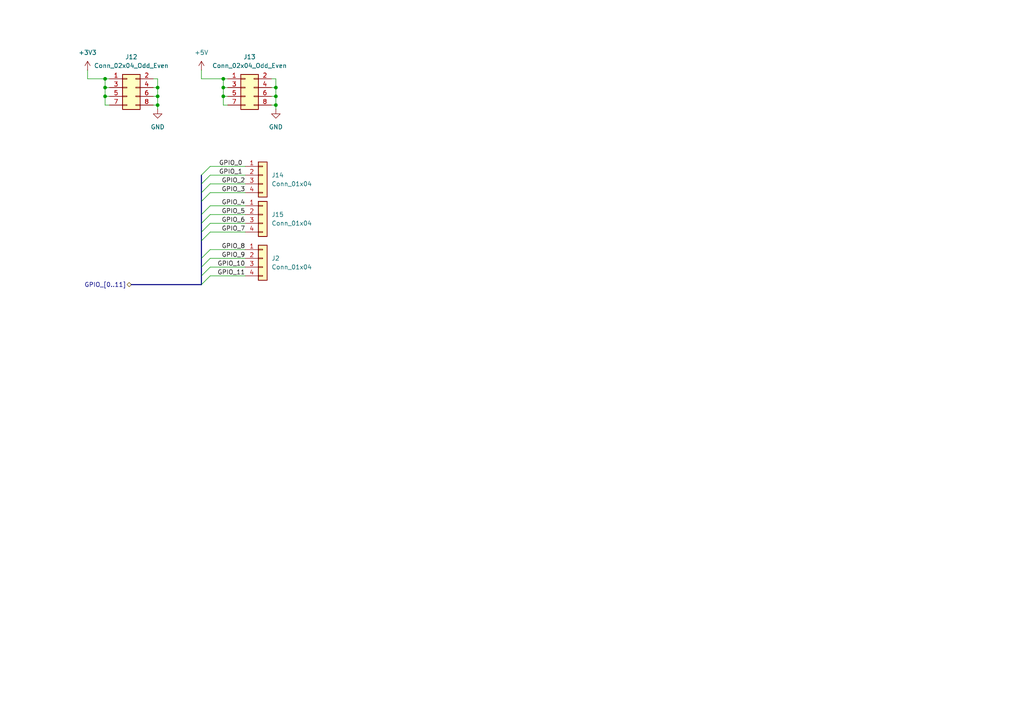
<source format=kicad_sch>
(kicad_sch (version 20250114) (generator "eeschema") (generator_version "9.0")
  (paper "A4")
  (title_block (title "uMule_board") (date "2025-12-14") (rev "1.0") (comment 1 "Original author: Oliwier Woźniak"))
  (lib_symbols
    (symbol "Connector_Generic:Conn_01x04" (pin_names (offset 1.016) (hide yes))
      (property "Reference" "J" (at 0 5.08 0))
      (property "Value" "Conn_01x04" (at 0 -7.62 0))
      (symbol "Conn_01x04_1_1"
        (rectangle (start -1.27 3.81) (end 1.27 -6.35) (stroke (width 0.254)) (fill (type background)))
        (rectangle (start -1.27 2.667) (end 0 2.413) (stroke (width 0.1524)))
        (rectangle (start -1.27 0.127) (end 0 -0.127) (stroke (width 0.1524)))
        (rectangle (start -1.27 -2.413) (end 0 -2.667) (stroke (width 0.1524)))
        (rectangle (start -1.27 -4.953) (end 0 -5.207) (stroke (width 0.1524)))
        (pin passive line (at -5.08 2.54 0) (length 3.81) (name "Pin_1") (number "1"))
        (pin passive line (at -5.08 0 0) (length 3.81) (name "Pin_2") (number "2"))
        (pin passive line (at -5.08 -2.54 0) (length 3.81) (name "Pin_3") (number "3"))
        (pin passive line (at -5.08 -5.08 0) (length 3.81) (name "Pin_4") (number "4"))
      )
    )
    (symbol "Connector_Generic:Conn_02x04_Odd_Even" (pin_names (offset 1.016) (hide yes))
      (property "Reference" "J" (at 1.27 5.08 0))
      (property "Value" "Conn_02x04_Odd_Even" (at 1.27 -7.62 0))
      (symbol "Conn_02x04_Odd_Even_1_1"
        (rectangle (start -1.27 3.81) (end 3.81 -6.35) (stroke (width 0.254)) (fill (type background)))
        (rectangle (start -1.27 2.667) (end 0 2.413) (stroke (width 0.1524)))
        (rectangle (start -1.27 0.127) (end 0 -0.127) (stroke (width 0.1524)))
        (rectangle (start -1.27 -2.413) (end 0 -2.667) (stroke (width 0.1524)))
        (rectangle (start -1.27 -4.953) (end 0 -5.207) (stroke (width 0.1524)))
        (rectangle (start 3.81 2.667) (end 2.54 2.413) (stroke (width 0.1524)))
        (rectangle (start 3.81 0.127) (end 2.54 -0.127) (stroke (width 0.1524)))
        (rectangle (start 3.81 -2.413) (end 2.54 -2.667) (stroke (width 0.1524)))
        (rectangle (start 3.81 -4.953) (end 2.54 -5.207) (stroke (width 0.1524)))
        (pin passive line (at -5.08 2.54 0) (length 3.81) (name "Pin_1") (number "1"))
        (pin passive line (at -5.08 0 0) (length 3.81) (name "Pin_3") (number "3"))
        (pin passive line (at -5.08 -2.54 0) (length 3.81) (name "Pin_5") (number "5"))
        (pin passive line (at -5.08 -5.08 0) (length 3.81) (name "Pin_7") (number "7"))
        (pin passive line (at 7.62 2.54 180) (length 3.81) (name "Pin_2") (number "2"))
        (pin passive line (at 7.62 0 180) (length 3.81) (name "Pin_4") (number "4"))
        (pin passive line (at 7.62 -2.54 180) (length 3.81) (name "Pin_6") (number "6"))
        (pin passive line (at 7.62 -5.08 180) (length 3.81) (name "Pin_8") (number "8"))
      )
    )
    (symbol "power:+3V3" (power) (pin_numbers (hide yes)) (pin_names (offset 0) (hide yes))
      (property "Value" "+3V3" (at 0 3.556 0))
      (symbol "+3V3_0_1"
        (polyline (pts (xy -0.762 1.27) (xy 0 2.54)))
        (polyline (pts (xy 0 2.54) (xy 0.762 1.27)))
        (polyline (pts (xy 0 0) (xy 0 2.54)))
      )
      (symbol "+3V3_1_1"
        (pin power_in line (at 0 0 90) (length 0) (name "~") (number "1"))
      )
    )
    (symbol "power:+5V" (power) (pin_numbers (hide yes)) (pin_names (offset 0) (hide yes))
      (property "Value" "+5V" (at 0 3.556 0))
      (symbol "+5V_0_1"
        (polyline (pts (xy -0.762 1.27) (xy 0 2.54)))
        (polyline (pts (xy 0 2.54) (xy 0.762 1.27)))
        (polyline (pts (xy 0 0) (xy 0 2.54)))
      )
      (symbol "+5V_1_1"
        (pin power_in line (at 0 0 90) (length 0) (name "~") (number "1"))
      )
    )
    (symbol "power:GND" (power) (pin_numbers (hide yes)) (pin_names (offset 0) (hide yes))
      (property "Value" "GND" (at 0 -3.81 0))
      (symbol "GND_0_1"
        (polyline (pts (xy 0 0) (xy 0 -1.27) (xy 1.27 -1.27) (xy 0 -2.54) (xy -1.27 -1.27) (xy 0 -1.27)))
      )
      (symbol "GND_1_1"
        (pin power_in line (at 0 0 270) (length 0) (name "~") (number "1"))
      )
    )
  )
  (junction (at 30.48 25.4))
  (junction (at 45.72 27.94))
  (junction (at 80.01 27.94))
  (junction (at 45.72 25.4))
  (junction (at 30.48 22.86))
  (junction (at 64.77 25.4))
  (junction (at 64.77 27.94))
  (junction (at 80.01 25.4))
  (junction (at 45.72 30.48))
  (junction (at 30.48 27.94))
  (junction (at 80.01 30.48))
  (junction (at 64.77 22.86))
  (bus_entry (at 58.42 69.85) (size 2.54 -2.54))
  (bus_entry (at 58.42 53.34) (size 2.54 -2.54))
  (bus_entry (at 58.42 50.8) (size 2.54 -2.54))
  (bus_entry (at 58.42 58.42) (size 2.54 -2.54))
  (bus_entry (at 58.42 74.93) (size 2.54 -2.54))
  (bus_entry (at 58.42 55.88) (size 2.54 -2.54))
  (bus_entry (at 58.42 77.47) (size 2.54 -2.54))
  (bus_entry (at 58.42 82.55) (size 2.54 -2.54))
  (bus_entry (at 58.42 67.31) (size 2.54 -2.54))
  (bus_entry (at 58.42 62.23) (size 2.54 -2.54))
  (bus_entry (at 58.42 64.77) (size 2.54 -2.54))
  (bus_entry (at 58.42 80.01) (size 2.54 -2.54))
  (bus (pts (xy 58.42 80.01) (xy 58.42 82.55)))
  (wire (pts (xy 60.96 55.88) (xy 71.12 55.88)))
  (wire (pts (xy 25.4 22.86) (xy 30.48 22.86)))
  (bus (pts (xy 58.42 74.93) (xy 58.42 77.47)))
  (wire (pts (xy 45.72 30.48) (xy 45.72 31.75)))
  (bus (pts (xy 58.42 64.77) (xy 58.42 67.31)))
  (wire (pts (xy 44.45 30.48) (xy 45.72 30.48)))
  (wire (pts (xy 80.01 30.48) (xy 80.01 31.75)))
  (bus (pts (xy 58.42 77.47) (xy 58.42 80.01)))
  (wire (pts (xy 60.96 64.77) (xy 71.12 64.77)))
  (bus (pts (xy 58.42 58.42) (xy 58.42 62.23)))
  (wire (pts (xy 60.96 67.31) (xy 71.12 67.31)))
  (wire (pts (xy 60.96 50.8) (xy 71.12 50.8)))
  (wire (pts (xy 80.01 22.86) (xy 80.01 25.4)))
  (wire (pts (xy 60.96 59.69) (xy 71.12 59.69)))
  (wire (pts (xy 80.01 25.4) (xy 80.01 27.94)))
  (wire (pts (xy 44.45 25.4) (xy 45.72 25.4)))
  (wire (pts (xy 30.48 30.48) (xy 30.48 27.94)))
  (wire (pts (xy 60.96 77.47) (xy 71.12 77.47)))
  (wire (pts (xy 60.96 48.26) (xy 71.12 48.26)))
  (wire (pts (xy 64.77 30.48) (xy 64.77 27.94)))
  (wire (pts (xy 58.42 20.32) (xy 58.42 22.86)))
  (wire (pts (xy 60.96 53.34) (xy 71.12 53.34)))
  (wire (pts (xy 60.96 62.23) (xy 71.12 62.23)))
  (wire (pts (xy 44.45 22.86) (xy 45.72 22.86)))
  (wire (pts (xy 30.48 27.94) (xy 30.48 25.4)))
  (wire (pts (xy 45.72 25.4) (xy 45.72 27.94)))
  (wire (pts (xy 78.74 30.48) (xy 80.01 30.48)))
  (bus (pts (xy 58.42 55.88) (xy 58.42 58.42)))
  (wire (pts (xy 45.72 27.94) (xy 45.72 30.48)))
  (wire (pts (xy 30.48 27.94) (xy 31.75 27.94)))
  (bus (pts (xy 58.42 62.23) (xy 58.42 64.77)))
  (wire (pts (xy 30.48 22.86) (xy 31.75 22.86)))
  (bus (pts (xy 58.42 67.31) (xy 58.42 69.85)))
  (wire (pts (xy 60.96 72.39) (xy 71.12 72.39)))
  (wire (pts (xy 80.01 27.94) (xy 80.01 30.48)))
  (wire (pts (xy 66.04 30.48) (xy 64.77 30.48)))
  (wire (pts (xy 78.74 25.4) (xy 80.01 25.4)))
  (wire (pts (xy 30.48 25.4) (xy 30.48 22.86)))
  (wire (pts (xy 66.04 27.94) (xy 64.77 27.94)))
  (wire (pts (xy 45.72 22.86) (xy 45.72 25.4)))
  (wire (pts (xy 64.77 27.94) (xy 64.77 25.4)))
  (bus (pts (xy 58.42 82.55) (xy 38.1 82.55)))
  (wire (pts (xy 78.74 27.94) (xy 80.01 27.94)))
  (bus (pts (xy 58.42 53.34) (xy 58.42 55.88)))
  (wire (pts (xy 31.75 30.48) (xy 30.48 30.48)))
  (wire (pts (xy 64.77 22.86) (xy 66.04 22.86)))
  (wire (pts (xy 78.74 22.86) (xy 80.01 22.86)))
  (wire (pts (xy 44.45 27.94) (xy 45.72 27.94)))
  (wire (pts (xy 58.42 22.86) (xy 64.77 22.86)))
  (wire (pts (xy 60.96 74.93) (xy 71.12 74.93)))
  (bus (pts (xy 58.42 50.8) (xy 58.42 53.34)))
  (wire (pts (xy 25.4 20.32) (xy 25.4 22.86)))
  (wire (pts (xy 30.48 25.4) (xy 31.75 25.4)))
  (wire (pts (xy 64.77 25.4) (xy 64.77 22.86)))
  (wire (pts (xy 60.96 80.01) (xy 71.12 80.01)))
  (wire (pts (xy 66.04 25.4) (xy 64.77 25.4)))
  (bus (pts (xy 58.42 69.85) (xy 58.42 74.93)))
  (label "GPIO_5" (at 71.12 62.23 180))
  (label "GPIO_7" (at 71.12 67.31 180))
  (label "GPIO_8" (at 71.12 72.39 180))
  (label "GPIO_6" (at 71.12 64.77 180))
  (label "GPIO_9" (at 71.12 74.93 180))
  (label "GPIO_1" (at 63.5 50.8 0))
  (label "GPIO_11" (at 71.12 80.01 180))
  (label "GPIO_3" (at 71.12 55.88 180))
  (label "GPIO_10" (at 71.12 77.47 180))
  (label "GPIO_0" (at 63.5 48.26 0))
  (label "GPIO_2" (at 71.12 53.34 180))
  (label "GPIO_4" (at 71.12 59.69 180))
  (hierarchical_label "GPIO_[0..11]" (shape bidirectional) (at 38.1 82.55 180))
  (symbol (lib_id "power:GND") (at 45.72 31.75 0) (unit 1)
    (property "Reference" "#PWR0129" (effects (hide yes)))
    (property "Value" "GND" (at 45.72 36.83 0))
    (property "Description" "Power symbol creates a global label with name \"GND\" , ground" (effects (hide yes)))
  )
  (symbol (lib_id "Connector_Generic:Conn_01x04") (at 76.2 62.23 0) (unit 1)
    (property "Reference" "J15" (at 78.74 62.2299 0) (effects (justify left)))
    (property "Value" "Conn_01x04" (at 78.74 64.7699 0) (effects (justify left)))
    (property "Footprint" "Connector_PinHeader_2.54mm:PinHeader_1x04_P2.54mm_Vertical" (effects (hide yes)))
    (property "Description" "Generic connector, single row, 01x04, script generated (kicad-library-utils/schlib/autogen/connector/)" (effects (hide yes)))
  )
  (symbol (lib_id "Connector_Generic:Conn_02x04_Odd_Even") (at 71.12 25.4 0) (unit 1)
    (property "Reference" "J13" (at 72.39 16.51 0))
    (property "Value" "Conn_02x04_Odd_Even" (at 72.39 19.05 0))
    (property "Footprint" "Connector_PinHeader_2.54mm:PinHeader_2x04_P2.54mm_Vertical" (effects (hide yes)))
    (property "Description" "Generic connector, double row, 02x04, odd/even pin numbering scheme (row 1 odd numbers, row 2 even numbers), script generated (kicad-library-utils/schlib/autogen/connector/)" (effects (hide yes)))
  )
  (symbol (lib_id "power:+5V") (at 58.42 20.32 0) (unit 1)
    (property "Reference" "#PWR0128" (effects (hide yes)))
    (property "Value" "+5V" (at 58.42 15.24 0))
    (property "Description" "Power symbol creates a global label with name \"+5V\"" (effects (hide yes)))
  )
  (symbol (lib_id "Connector_Generic:Conn_01x04") (at 76.2 74.93 0) (unit 1)
    (property "Reference" "J2" (at 78.74 74.9299 0) (effects (justify left)))
    (property "Value" "Conn_01x04" (at 78.74 77.4699 0) (effects (justify left)))
    (property "Footprint" "Connector_PinHeader_2.54mm:PinHeader_1x04_P2.54mm_Vertical" (effects (hide yes)))
    (property "Description" "Generic connector, single row, 01x04, script generated (kicad-library-utils/schlib/autogen/connector/)" (effects (hide yes)))
  )
  (symbol (lib_id "Connector_Generic:Conn_01x04") (at 76.2 50.8 0) (unit 1)
    (property "Reference" "J14" (at 78.74 50.7999 0) (effects (justify left)))
    (property "Value" "Conn_01x04" (at 78.74 53.3399 0) (effects (justify left)))
    (property "Footprint" "Connector_PinHeader_2.54mm:PinHeader_1x04_P2.54mm_Vertical" (effects (hide yes)))
    (property "Description" "Generic connector, single row, 01x04, script generated (kicad-library-utils/schlib/autogen/connector/)" (effects (hide yes)))
  )
  (symbol (lib_id "power:GND") (at 80.01 31.75 0) (unit 1)
    (property "Reference" "#PWR0130" (effects (hide yes)))
    (property "Value" "GND" (at 80.01 36.83 0))
    (property "Description" "Power symbol creates a global label with name \"GND\" , ground" (effects (hide yes)))
  )
  (symbol (lib_id "power:+3V3") (at 25.4 20.32 0) (unit 1)
    (property "Reference" "#PWR0127" (effects (hide yes)))
    (property "Value" "+3V3" (at 25.4 15.24 0))
    (property "Description" "Power symbol creates a global label with name \"+3V3\"" (effects (hide yes)))
  )
  (symbol (lib_id "Connector_Generic:Conn_02x04_Odd_Even") (at 36.83 25.4 0) (unit 1)
    (property "Reference" "J12" (at 38.1 16.51 0))
    (property "Value" "Conn_02x04_Odd_Even" (at 38.1 19.05 0))
    (property "Footprint" "Connector_PinHeader_2.54mm:PinHeader_2x04_P2.54mm_Vertical" (effects (hide yes)))
    (property "Description" "Generic connector, double row, 02x04, odd/even pin numbering scheme (row 1 odd numbers, row 2 even numbers), script generated (kicad-library-utils/schlib/autogen/connector/)" (effects (hide yes)))
  )
)
</source>
